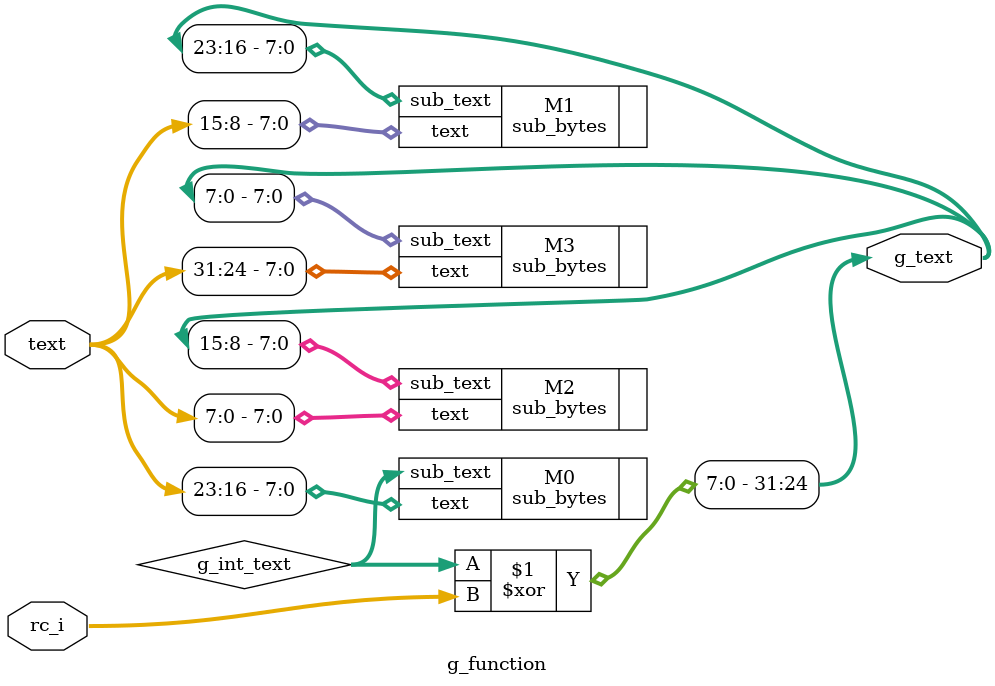
<source format=v>
module g_function (
	input [31:0] text,
	input [7:0] rc_i,
	output [31:0] g_text);

wire [7:0] g_int_text;
sub_bytes M0 (.text(text[23:16]),.sub_text(g_int_text));
sub_bytes M1 (.text(text[15:8]),.sub_text(g_text[23:16]));
sub_bytes M2 (.text(text[7:0]),.sub_text(g_text[15:8]));
sub_bytes M3 (.text(text[31:24]),.sub_text(g_text[7:0]));
assign g_text[31:24] = g_int_text ^ rc_i;
endmodule

</source>
